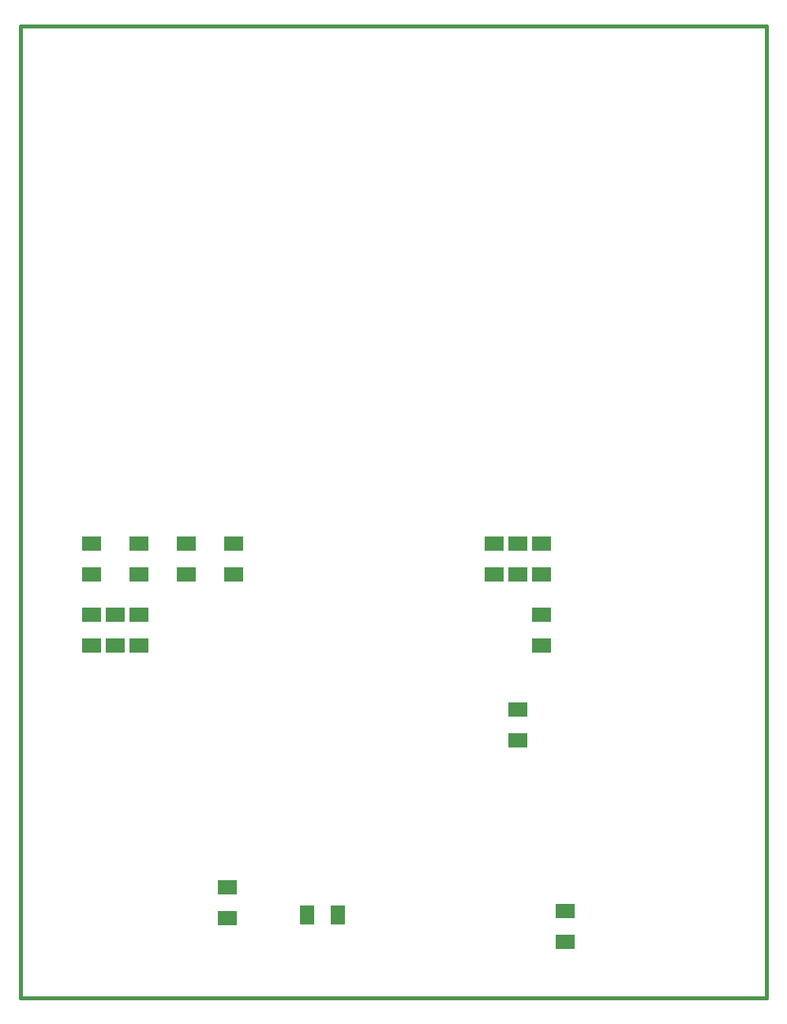
<source format=gbp>
G04 (created by PCBNEW-RS274X (2010-06-08 BZR 2367)-stable) date Sat 18 Dec 2010 10:45:12 PM CET*
G01*
G70*
G90*
%MOIN*%
G04 Gerber Fmt 3.4, Leading zero omitted, Abs format*
%FSLAX34Y34*%
G04 APERTURE LIST*
%ADD10C,0.001000*%
%ADD11C,0.015000*%
%ADD12R,0.080000X0.060000*%
%ADD13R,0.060000X0.080000*%
G04 APERTURE END LIST*
G54D10*
G54D11*
X37000Y-05500D02*
X37000Y-46500D01*
X05500Y-46500D02*
X05500Y-05500D01*
X37000Y-46500D02*
X05500Y-46500D01*
X05500Y-05500D02*
X37000Y-05500D01*
G54D12*
X27500Y-30350D03*
X27500Y-31650D03*
X27500Y-28650D03*
X27500Y-27350D03*
X25500Y-27350D03*
X25500Y-28650D03*
X26500Y-28650D03*
X26500Y-27350D03*
X10500Y-30350D03*
X10500Y-31650D03*
X09500Y-30350D03*
X09500Y-31650D03*
X08500Y-30350D03*
X08500Y-31650D03*
X14500Y-28650D03*
X14500Y-27350D03*
X12500Y-28650D03*
X12500Y-27350D03*
X10500Y-28650D03*
X10500Y-27350D03*
X08500Y-28650D03*
X08500Y-27350D03*
X28500Y-44150D03*
X28500Y-42850D03*
X14250Y-43150D03*
X14250Y-41850D03*
X26500Y-35650D03*
X26500Y-34350D03*
G54D13*
X18900Y-43000D03*
X17600Y-43000D03*
M02*

</source>
